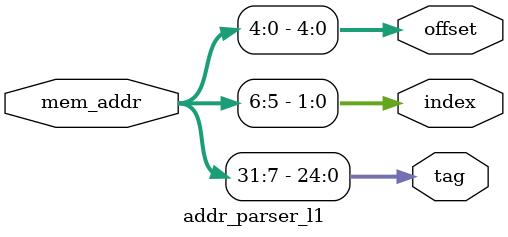
<source format=sv>
module addr_parser_l1
(
	input [31:0] mem_addr,
	output logic [24:0] tag,
	output logic [1:0] index,
	output logic [4:0] offset
);
assign tag = mem_addr[31:7];
assign index = mem_addr[6:5];
assign offset = mem_addr[4:0];

endmodule: addr_parser_l1
</source>
